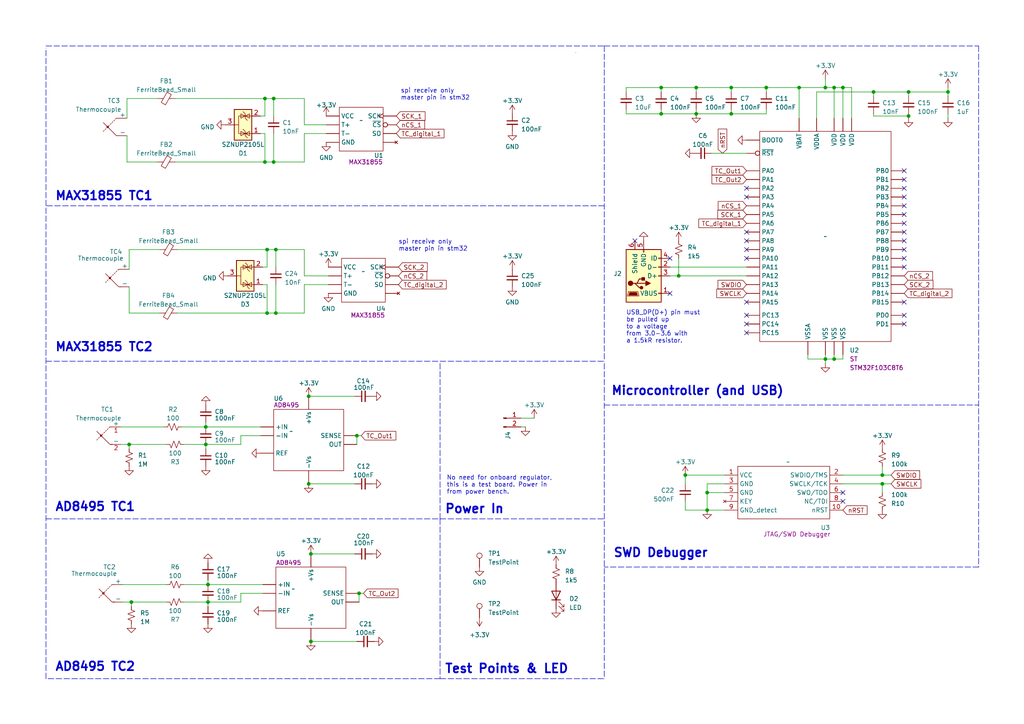
<source format=kicad_sch>
(kicad_sch (version 20230121) (generator eeschema)
  (paper "A4")
  (title_block (title "TC_reading_test") (date "2023-10-25") (rev "1") (company "UCI Liquid Rocket Project") (comment 1 "by: Alexandra Zhang Jiang and Gavin Nguyen"))
  (lib_symbols
    (symbol "Connector:Conn_01x02_Pin" (pin_names (offset 1.016) hide)
      (property "Reference" "J" (at 0 2.54 0))
      (property "Value" "Conn_01x02_Pin" (at 0 -5.08 0))
      (symbol "Conn_01x02_Pin_1_1"
        (pin passive line (at 5.08 0 180) (length 3.81) (name "Pin_1") (number "1"))
        (pin passive line (at 5.08 -2.54 180) (length 3.81) (name "Pin_2") (number "2"))
      )
    )
    (symbol "Connector:TestPoint" (pin_numbers hide) (pin_names (offset 0.762) hide)
      (property "Reference" "TP" (at 0 6.858 0))
      (property "Value" "TestPoint" (at 0 5.08 0))
      (symbol "TestPoint_1_1"
        (pin passive line (at 0 0 90) (length 2.54) (name "1") (number "1"))
      )
    )
    (symbol "Connector:USB_B_Micro" (pin_names (offset 1.016))
      (property "Reference" "J" (at -5.08 11.43 0))
      (property "Value" "USB_B_Micro" (at -5.08 8.89 0))
      (symbol "USB_B_Micro_1_1"
        (pin power_out line (at 7.62 5.08 180) (length 2.54) (name "VBUS") (number "1"))
        (pin bidirectional line (at 7.62 -2.54 180) (length 2.54) (name "D-") (number "2"))
        (pin bidirectional line (at 7.62 0 180) (length 2.54) (name "D+") (number "3"))
        (pin passive line (at 7.62 -5.08 180) (length 2.54) (name "ID") (number "4"))
        (pin power_out line (at 0 -10.16 90) (length 2.54) (name "GND") (number "5"))
        (pin passive line (at -2.54 -10.16 90) (length 2.54) (name "Shield") (number "6"))
      )
    )
    (symbol "Device:C_Small" (pin_numbers hide) (pin_names (offset 0.254) hide)
      (property "Reference" "C" (at 0.254 1.778 0))
      (property "Value" "C_Small" (at 0.254 -2.032 0))
      (symbol "C_Small_1_1"
        (pin passive line (at 0 2.54 270) (length 2.032) (name "~") (number "1"))
        (pin passive line (at 0 -2.54 90) (length 2.032) (name "~") (number "2"))
      )
    )
    (symbol "Device:FerriteBead_Small" (pin_numbers hide) (pin_names (offset 0))
      (property "Reference" "FB" (at 1.905 1.27 0))
      (property "Value" "FerriteBead_Small" (at 1.905 -1.27 0))
      (symbol "FerriteBead_Small_1_1"
        (pin passive line (at 0 2.54 270) (length 1.27) (name "~") (number "1"))
        (pin passive line (at 0 -2.54 90) (length 1.27) (name "~") (number "2"))
      )
    )
    (symbol "Device:LED" (pin_numbers hide) (pin_names (offset 1.016) hide)
      (property "Reference" "D" (at 0 2.54 0))
      (property "Value" "LED" (at 0 -2.54 0))
      (symbol "LED_1_1"
        (pin passive line (at -3.81 0 0) (length 2.54) (name "K") (number "1"))
        (pin passive line (at 3.81 0 180) (length 2.54) (name "A") (number "2"))
      )
    )
    (symbol "Device:R_Small_US" (pin_numbers hide) (pin_names (offset 0.254) hide)
      (property "Reference" "R" (at 0.762 0.508 0))
      (property "Value" "R_Small_US" (at 0.762 -1.016 0))
      (symbol "R_Small_US_1_1"
        (pin passive line (at 0 2.54 270) (length 1.016) (name "~") (number "1"))
        (pin passive line (at 0 -2.54 90) (length 1.016) (name "~") (number "2"))
      )
    )
    (symbol "Device:Thermocouple" (pin_numbers hide) (pin_names (offset 0))
      (property "Reference" "TC" (at -3.048 3.81 0))
      (property "Value" "Thermocouple" (at -5.08 -4.064 0))
      (symbol "Thermocouple_1_1"
        (pin passive line (at 2.54 2.54 180) (length 2.54) (name "+") (number "1"))
        (pin passive line (at 2.54 -2.54 180) (length 2.54) (name "-") (number "2"))
      )
    )
    (symbol "Power_Protection:SZNUP2105L" (pin_names hide)
      (property "Reference" "D" (at 5.715 2.54 0))
      (property "Value" "SZNUP2105L" (at 5.715 0.635 0))
      (symbol "SZNUP2105L_0_0"
        (pin passive line (at 0 -5.08 90) (length 2.54) (name "A") (number "3"))
      )
      (symbol "SZNUP2105L_1_1"
        (pin passive line (at -2.54 5.08 270) (length 2.54) (name "K") (number "1"))
        (pin passive line (at 2.54 5.08 270) (length 2.54) (name "K") (number "2"))
      )
    )
    (symbol "Thermocouple_1" (pin_names (offset 0))
      (property "Reference" "TC" (at -3.048 3.81 0))
      (property "Value" "Thermocouple" (at -5.08 -4.064 0))
      (symbol "Thermocouple_1_1_1"
        (pin passive line (at 2.54 2.54 180) (length 2.54) (name "+") (number "1"))
        (pin passive line (at 2.54 -2.54 180) (length 2.54) (name "-") (number "2"))
      )
    )
    (symbol "UCIRP-Symbols:AD8495" (pin_numbers hide)
      (property "Reference" "U" (at -10.16 10.16 0))
      (property "Part #" "AD8495" (at -3.81 2.54 0))
      (property "Manufacturer" "Analog Devices" (at -6.35 2.54 0))
      (symbol "AD8495_1_1"
        (pin input line (at -13.97 1.27 0) (length 3.81) (name "-IN") (number "1"))
        (pin input line (at -13.97 -3.81 0) (length 3.81) (name "REF") (number "2"))
        (pin input line (at 0 -12.7 90) (length 3.81) (name "-Vs") (number "3"))
        (pin no_connect line (at 13.97 -3.81 180) (length 3.81) hide (name "NC") (number "4"))
        (pin output line (at 13.97 1.27 180) (length 3.81) (name "SENSE") (number "5"))
        (pin output line (at 13.97 -1.27 180) (length 3.81) (name "OUT") (number "6"))
        (pin input line (at 0 12.7 270) (length 3.81) (name "+Vs") (number "7"))
        (pin input line (at -13.97 3.81 0) (length 3.81) (name "+IN") (number "8"))
      )
    )
    (symbol "UCIRP-Symbols:JTAG/SWD_Connector"
      (property "Reference" "U" (at -1.27 8.89 0))
      (property "Part #" "JTAG/SWD Debugger" (at -1.27 0 0))
      (symbol "JTAG/SWD_Connector_1_1"
        (pin power_in line (at -17.78 5.08 0) (length 3.81) (name "VCC") (number "1"))
        (pin bidirectional line (at 16.51 -5.08 180) (length 3.81) (name "nRST") (number "10"))
        (pin bidirectional line (at 16.51 5.08 180) (length 3.81) (name "SWDIO/TMS") (number "2"))
        (pin power_in line (at -17.78 2.54 0) (length 3.81) (name "GND") (number "3"))
        (pin input line (at 16.51 2.54 180) (length 3.81) (name "SWCLK/TCK") (number "4"))
        (pin power_in line (at -17.78 0 0) (length 3.81) (name "GND") (number "5"))
        (pin output line (at 16.51 0 180) (length 3.81) (name "SWO/TDO") (number "6"))
        (pin no_connect line (at -17.78 -2.54 0) (length 3.81) (name "KEY") (number "7"))
        (pin input line (at 16.51 -2.54 180) (length 3.81) (name "NC/TDI") (number "8"))
        (pin passive line (at -17.78 -5.08 0) (length 3.81) (name "GND_detect") (number "9"))
      )
    )
    (symbol "UCIRP-Symbols:MAX31855" (pin_numbers hide)
      (property "Reference" "U" (at 0 7.62 0))
      (property "Manufacturer" "Analog Devices" (at 0 0 0))
      (property "Part #" "MAX31855" (at 0 0 0))
      (symbol "MAX31855_1_1"
        (pin power_in line (at -10.16 3.81 0) (length 3.81) (name "GND") (number "1"))
        (pin input line (at -10.16 1.27 0) (length 3.81) (name "T-") (number "2"))
        (pin input line (at -10.16 -1.27 0) (length 3.81) (name "T+") (number "3"))
        (pin power_in line (at -10.16 -3.81 0) (length 3.81) (name "VCC") (number "4"))
        (pin input clock (at 10.16 -3.81 180) (length 3.81) (name "SCK") (number "5"))
        (pin input inverted (at 10.16 -1.27 180) (length 3.81) (name "~{CS}") (number "6"))
        (pin output line (at 10.16 1.27 180) (length 3.81) (name "SO") (number "7"))
        (pin no_connect line (at 10.16 3.81 180) (length 3.81) (name "") (number "8"))
      )
    )
    (symbol "UCIRP-Symbols:STM32F103C8T6" (pin_numbers hide)
      (property "Reference" "U" (at 0 0 0))
      (property "Manufacturer" "ST" (at 0 0 0))
      (property "Part #" "STM32F103C8T6" (at 0 0 0))
      (symbol "STM32F103C8T6_1_1"
        (pin power_in line (at -7.62 34.29 270) (length 3.81) (name "VBAT") (number "1"))
        (pin bidirectional line (at -22.86 19.05 0) (length 3.81) (name "PA0") (number "10"))
        (pin bidirectional line (at -22.86 16.51 0) (length 3.81) (name "PA1") (number "11"))
        (pin bidirectional line (at -22.86 13.97 0) (length 3.81) (name "PA2") (number "12"))
        (pin bidirectional line (at -22.86 11.43 0) (length 3.81) (name "PA3") (number "13"))
        (pin bidirectional line (at -22.86 8.89 0) (length 3.81) (name "PA4") (number "14"))
        (pin bidirectional line (at -22.86 6.35 0) (length 3.81) (name "PA5") (number "15"))
        (pin bidirectional line (at -22.86 3.81 0) (length 3.81) (name "PA6") (number "16"))
        (pin bidirectional line (at -22.86 1.27 0) (length 3.81) (name "PA7") (number "17"))
        (pin bidirectional line (at 22.86 19.05 180) (length 3.81) (name "PB0") (number "18"))
        (pin bidirectional line (at 22.86 16.51 180) (length 3.81) (name "PB1") (number "19"))
        (pin bidirectional line (at -22.86 -22.86 0) (length 3.81) (name "PC13") (number "2"))
        (pin bidirectional line (at 22.86 13.97 180) (length 3.81) (name "PB2") (number "20"))
        (pin bidirectional line (at 22.86 -6.35 180) (length 3.81) (name "PB10") (number "21"))
        (pin bidirectional line (at 22.86 -8.89 180) (length 3.81) (name "PB11") (number "22"))
        (pin power_in line (at 0 -34.29 90) (length 3.81) (name "VSS") (number "23"))
        (pin power_in line (at 2.54 34.29 270) (length 3.81) (name "VDD") (number "24"))
        (pin bidirectional line (at 22.86 -11.43 180) (length 3.81) (name "PB12") (number "25"))
        (pin bidirectional line (at 22.86 -13.97 180) (length 3.81) (name "PB13") (number "26"))
        (pin bidirectional line (at 22.86 -16.51 180) (length 3.81) (name "PB14") (number "27"))
        (pin bidirectional line (at 22.86 -19.05 180) (length 3.81) (name "PB15") (number "28"))
        (pin bidirectional line (at -22.86 -1.27 0) (length 3.81) (name "PA8") (number "29"))
        (pin bidirectional line (at -22.86 -25.4 0) (length 3.81) (name "PC14") (number "3"))
        (pin bidirectional line (at -22.86 -3.81 0) (length 3.81) (name "PA9") (number "30"))
        (pin bidirectional line (at -22.86 -6.35 0) (length 3.81) (name "PA10") (number "31"))
        (pin bidirectional line (at -22.86 -8.89 0) (length 3.81) (name "PA11") (number "32"))
        (pin bidirectional line (at -22.86 -11.43 0) (length 3.81) (name "PA12") (number "33"))
        (pin bidirectional line (at -22.86 -13.97 0) (length 3.81) (name "PA13") (number "34"))
        (pin power_in line (at 2.54 -34.29 90) (length 3.81) (name "VSS") (number "35"))
        (pin power_in line (at 5.08 34.29 270) (length 3.81) (name "VDD") (number "36"))
        (pin bidirectional line (at -22.86 -16.51 0) (length 3.81) (name "PA14") (number "37"))
        (pin bidirectional line (at -22.86 -19.05 0) (length 3.81) (name "PA15") (number "38"))
        (pin bidirectional line (at 22.86 11.43 180) (length 3.81) (name "PB3") (number "39"))
        (pin bidirectional line (at -22.86 -27.94 0) (length 3.81) (name "PC15") (number "4"))
        (pin bidirectional line (at 22.86 8.89 180) (length 3.81) (name "PB4") (number "40"))
        (pin bidirectional line (at 22.86 6.35 180) (length 3.81) (name "PB5") (number "41"))
        (pin bidirectional line (at 22.86 3.81 180) (length 3.81) (name "PB6") (number "42"))
        (pin bidirectional line (at 22.86 1.27 180) (length 3.81) (name "PB7") (number "43"))
        (pin input line (at -22.86 27.94 0) (length 3.81) (name "BOOT0") (number "44"))
        (pin bidirectional line (at 22.86 -1.27 180) (length 3.81) (name "PB8") (number "45"))
        (pin bidirectional line (at 22.86 -3.81 180) (length 3.81) (name "PB9") (number "46"))
        (pin power_in line (at 5.08 -34.29 90) (length 3.81) (name "VSS") (number "47"))
        (pin power_in line (at 7.62 34.29 270) (length 3.81) (name "VDD") (number "48"))
        (pin bidirectional line (at 22.86 -22.86 180) (length 3.81) (name "PD0") (number "5"))
        (pin bidirectional line (at 22.86 -25.4 180) (length 3.81) (name "PD1") (number "6"))
        (pin input inverted (at -22.86 24.13 0) (length 3.81) (name "~{RST}") (number "7"))
        (pin power_in line (at -5.08 -34.29 90) (length 3.81) (name "VSSA") (number "8"))
        (pin power_in line (at -2.54 34.29 270) (length 3.81) (name "VDDA") (number "9"))
      )
    )
    (symbol "power:+3.3V" (power) (pin_names (offset 0))
      (property "Value" "+3.3V" (at 0 3.556 0))
      (symbol "+3.3V_1_1"
        (pin power_in line (at 0 0 90) (length 0) hide (name "+3.3V") (number "1"))
      )
    )
    (symbol "power:GND" (power) (pin_names (offset 0))
      (property "Value" "GND" (at 0 -3.81 0))
      (symbol "GND_1_1"
        (pin power_in line (at 0 0 270) (length 0) hide (name "GND") (number "1"))
      )
    )
  )
  (junction (at 274.955 26.67))
  (junction (at 59.69 123.825))
  (junction (at 80.01 72.39))
  (junction (at 244.475 25.4))
  (junction (at 103.505 126.365))
  (junction (at 231.775 25.4))
  (junction (at 90.17 186.055))
  (junction (at 222.25 25.4))
  (junction (at 80.01 90.805))
  (junction (at 198.755 137.795))
  (junction (at 239.395 25.4))
  (junction (at 76.835 46.99))
  (junction (at 38.1 174.625))
  (junction (at 255.905 140.335))
  (junction (at 263.525 33.655))
  (junction (at 253.365 26.67))
  (junction (at 212.09 33.02))
  (junction (at 60.325 174.625))
  (junction (at 239.395 104.14))
  (junction (at 241.935 104.14))
  (junction (at 241.935 25.4))
  (junction (at 191.77 25.4))
  (junction (at 263.525 26.67))
  (junction (at 201.93 33.02))
  (junction (at 76.835 28.575))
  (junction (at 104.14 172.085))
  (junction (at 77.47 90.805))
  (junction (at 79.375 28.575))
  (junction (at 37.465 128.905))
  (junction (at 79.375 46.99))
  (junction (at 60.325 169.545))
  (junction (at 77.47 72.39))
  (junction (at 205.105 147.955))
  (junction (at 89.535 140.335))
  (junction (at 205.105 142.875))
  (junction (at 90.17 160.655))
  (junction (at 201.93 25.4))
  (junction (at 196.85 80.01))
  (junction (at 255.905 137.795))
  (junction (at 89.535 114.935))
  (junction (at 191.77 33.02))
  (junction (at 59.69 128.905))
  (junction (at 212.09 25.4))
  (no_connect (at 262.255 52.07))
  (no_connect (at 262.255 57.15))
  (no_connect (at 216.535 87.63))
  (no_connect (at 216.535 93.98))
  (no_connect (at 262.255 59.69))
  (no_connect (at 262.255 91.44))
  (no_connect (at 262.255 67.31))
  (no_connect (at 216.535 54.61))
  (no_connect (at 262.255 64.77))
  (no_connect (at 216.535 67.31))
  (no_connect (at 262.255 49.53))
  (no_connect (at 194.31 85.09))
  (no_connect (at 184.15 69.85))
  (no_connect (at 216.535 96.52))
  (no_connect (at 244.475 142.875))
  (no_connect (at 216.535 72.39))
  (no_connect (at 262.255 93.98))
  (no_connect (at 262.255 74.93))
  (no_connect (at 262.255 54.61))
  (no_connect (at 262.255 62.23))
  (no_connect (at 216.535 91.44))
  (no_connect (at 194.31 74.93))
  (no_connect (at 262.255 77.47))
  (no_connect (at 262.255 69.85))
  (no_connect (at 216.535 57.15))
  (no_connect (at 216.535 69.85))
  (no_connect (at 262.255 87.63))
  (no_connect (at 244.475 145.415))
  (no_connect (at 262.255 72.39))
  (no_connect (at 216.535 74.93))
  (wire (pts (xy 274.955 34.29) (xy 274.955 33.02)))
  (wire (pts (xy 69.85 126.365) (xy 69.85 128.905)))
  (wire (pts (xy 90.17 186.055) (xy 103.505 186.055)))
  (wire (pts (xy 76.2 82.55) (xy 77.47 82.55)))
  (wire (pts (xy 222.25 33.02) (xy 222.25 31.75)))
  (wire (pts (xy 37.465 128.905) (xy 48.26 128.905)))
  (wire (pts (xy 38.1 175.895) (xy 38.1 174.625)))
  (wire (pts (xy 80.01 90.805) (xy 88.265 90.805)))
  (wire (pts (xy 80.01 72.39) (xy 80.01 77.47)))
  (wire (pts (xy 69.85 172.085) (xy 69.85 174.625)))
  (wire (pts (xy 255.905 140.335) (xy 244.475 140.335)))
  (wire (pts (xy 198.755 145.415) (xy 198.755 147.955)))
  (wire (pts (xy 53.34 174.625) (xy 60.325 174.625)))
  (polyline (pts (xy 13.335 105.41) (xy 13.335 13.97)) (stroke (width 0) (type dash)))
  (wire (pts (xy 253.365 26.67) (xy 263.525 26.67)))
  (wire (pts (xy 34.925 123.825) (xy 47.625 123.825)))
  (wire (pts (xy 79.375 46.99) (xy 88.265 46.99)))
  (wire (pts (xy 212.09 33.02) (xy 222.25 33.02)))
  (wire (pts (xy 59.69 122.555) (xy 59.69 123.825)))
  (wire (pts (xy 36.83 39.37) (xy 36.83 46.99)))
  (wire (pts (xy 35.56 169.545) (xy 48.26 169.545)))
  (wire (pts (xy 37.465 78.105) (xy 37.465 72.39)))
  (wire (pts (xy 77.47 77.47) (xy 76.2 77.47)))
  (wire (pts (xy 201.93 33.02) (xy 212.09 33.02)))
  (polyline (pts (xy 127.635 196.85) (xy 13.335 196.85)) (stroke (width 0) (type dash)))
  (wire (pts (xy 255.905 135.255) (xy 255.905 137.795)))
  (wire (pts (xy 79.375 28.575) (xy 79.375 33.655)))
  (wire (pts (xy 201.93 25.4) (xy 212.09 25.4)))
  (wire (pts (xy 88.265 80.01) (xy 95.25 80.01)))
  (wire (pts (xy 88.265 36.195) (xy 94.615 36.195)))
  (wire (pts (xy 239.395 102.87) (xy 239.395 104.14)))
  (wire (pts (xy 191.77 25.4) (xy 201.93 25.4)))
  (wire (pts (xy 196.85 74.93) (xy 196.85 80.01)))
  (wire (pts (xy 76.835 46.99) (xy 79.375 46.99)))
  (wire (pts (xy 88.265 80.01) (xy 88.265 72.39)))
  (wire (pts (xy 37.465 83.185) (xy 37.465 90.805)))
  (wire (pts (xy 263.525 33.655) (xy 263.525 33.02)))
  (wire (pts (xy 79.375 28.575) (xy 88.265 28.575)))
  (wire (pts (xy 274.955 25.4) (xy 274.955 26.67)))
  (wire (pts (xy 198.755 147.955) (xy 205.105 147.955)))
  (wire (pts (xy 51.435 90.805) (xy 77.47 90.805)))
  (wire (pts (xy 241.935 104.14) (xy 244.475 104.14)))
  (polyline (pts (xy 283.845 164.465) (xy 175.26 164.465)) (stroke (width 0) (type dash)))
  (wire (pts (xy 253.365 33.655) (xy 253.365 33.02)))
  (wire (pts (xy 88.265 90.805) (xy 88.265 82.55)))
  (wire (pts (xy 80.01 72.39) (xy 88.265 72.39)))
  (wire (pts (xy 244.475 25.4) (xy 244.475 34.29)))
  (wire (pts (xy 198.755 140.335) (xy 198.755 137.795)))
  (polyline (pts (xy 13.335 104.775) (xy 175.26 104.775)) (stroke (width 0) (type dash)))
  (wire (pts (xy 76.835 33.655) (xy 75.565 33.655)))
  (wire (pts (xy 59.69 128.905) (xy 59.69 130.175)))
  (wire (pts (xy 88.265 38.735) (xy 94.615 38.735)))
  (wire (pts (xy 69.85 174.625) (xy 60.325 174.625)))
  (wire (pts (xy 231.775 25.4) (xy 239.395 25.4)))
  (wire (pts (xy 37.465 130.175) (xy 37.465 128.905)))
  (wire (pts (xy 76.835 28.575) (xy 76.835 33.655)))
  (wire (pts (xy 181.61 33.02) (xy 191.77 33.02)))
  (wire (pts (xy 191.77 31.75) (xy 191.77 33.02)))
  (wire (pts (xy 88.265 36.195) (xy 88.265 28.575)))
  (wire (pts (xy 53.34 169.545) (xy 60.325 169.545)))
  (polyline (pts (xy 127.635 150.495) (xy 175.26 150.495)) (stroke (width 0) (type dash)))
  (wire (pts (xy 77.47 82.55) (xy 77.47 90.805)))
  (wire (pts (xy 80.01 82.55) (xy 80.01 90.805)))
  (wire (pts (xy 239.395 104.14) (xy 241.935 104.14)))
  (wire (pts (xy 244.475 25.4) (xy 247.015 25.4)))
  (polyline (pts (xy 175.26 13.335) (xy 283.845 13.335)) (stroke (width 0) (type dash)))
  (wire (pts (xy 76.835 28.575) (xy 79.375 28.575)))
  (wire (pts (xy 103.505 126.365) (xy 103.505 128.905)))
  (wire (pts (xy 205.105 140.335) (xy 205.105 142.875)))
  (wire (pts (xy 37.465 72.39) (xy 46.355 72.39)))
  (wire (pts (xy 89.535 140.335) (xy 102.87 140.335)))
  (wire (pts (xy 234.315 104.14) (xy 239.395 104.14)))
  (wire (pts (xy 191.77 25.4) (xy 191.77 26.67)))
  (wire (pts (xy 274.955 26.67) (xy 274.955 27.94)))
  (polyline (pts (xy 13.335 150.495) (xy 127.635 150.495)) (stroke (width 0) (type dash)))
  (wire (pts (xy 247.015 25.4) (xy 247.015 34.29)))
  (wire (pts (xy 50.8 46.99) (xy 76.835 46.99)))
  (polyline (pts (xy 167.005 15.24) (xy 167.005 15.24)))
  (wire (pts (xy 244.475 102.87) (xy 244.475 104.14)))
  (wire (pts (xy 69.85 172.085) (xy 76.2 172.085)))
  (wire (pts (xy 196.85 80.01) (xy 216.535 80.01)))
  (polyline (pts (xy 283.845 13.335) (xy 283.845 164.465)) (stroke (width 0) (type dash)))
  (wire (pts (xy 255.905 140.335) (xy 258.445 140.335)))
  (wire (pts (xy 241.935 102.87) (xy 241.935 104.14)))
  (wire (pts (xy 239.395 25.4) (xy 241.935 25.4)))
  (wire (pts (xy 59.69 123.825) (xy 75.565 123.825)))
  (wire (pts (xy 205.105 147.955) (xy 210.185 147.955)))
  (wire (pts (xy 201.93 25.4) (xy 201.93 26.67)))
  (wire (pts (xy 181.61 31.75) (xy 181.61 33.02)))
  (wire (pts (xy 38.1 174.625) (xy 48.26 174.625)))
  (wire (pts (xy 212.09 25.4) (xy 222.25 25.4)))
  (polyline (pts (xy 175.26 59.69) (xy 13.335 59.69)) (stroke (width 0) (type dash)))
  (wire (pts (xy 36.83 34.29) (xy 36.83 28.575)))
  (wire (pts (xy 263.525 26.67) (xy 274.955 26.67)))
  (wire (pts (xy 52.705 123.825) (xy 59.69 123.825)))
  (polyline (pts (xy 175.26 117.475) (xy 283.845 117.475)) (stroke (width 0) (type dash)))
  (wire (pts (xy 88.265 46.99) (xy 88.265 38.735)))
  (wire (pts (xy 231.775 25.4) (xy 231.775 34.29)))
  (wire (pts (xy 77.47 72.39) (xy 80.01 72.39)))
  (polyline (pts (xy 175.26 13.335) (xy 175.26 104.775)) (stroke (width 0) (type dash)))
  (polyline (pts (xy 127.635 105.41) (xy 127.635 150.495)) (stroke (width 0) (type dash)))
  (wire (pts (xy 194.31 77.47) (xy 216.535 77.47)))
  (wire (pts (xy 77.47 72.39) (xy 77.47 77.47)))
  (wire (pts (xy 60.325 168.275) (xy 60.325 169.545)))
  (polyline (pts (xy 175.26 105.41) (xy 175.26 196.85)) (stroke (width 0) (type dash)))
  (wire (pts (xy 239.395 22.86) (xy 239.395 25.4)))
  (wire (pts (xy 77.47 90.805) (xy 80.01 90.805)))
  (wire (pts (xy 263.525 27.94) (xy 263.525 26.67)))
  (wire (pts (xy 181.61 26.67) (xy 181.61 25.4)))
  (wire (pts (xy 50.8 28.575) (xy 76.835 28.575)))
  (wire (pts (xy 35.56 174.625) (xy 38.1 174.625)))
  (wire (pts (xy 205.105 142.875) (xy 210.185 142.875)))
  (wire (pts (xy 234.315 102.87) (xy 234.315 104.14)))
  (wire (pts (xy 210.185 140.335) (xy 205.105 140.335)))
  (wire (pts (xy 36.83 46.99) (xy 45.72 46.99)))
  (polyline (pts (xy 127.635 150.495) (xy 127.635 196.85)) (stroke (width 0) (type dash)))
  (wire (pts (xy 258.445 137.795) (xy 255.905 137.795)))
  (polyline (pts (xy 13.335 196.85) (xy 13.335 105.41)) (stroke (width 0) (type dash)))
  (polyline (pts (xy 127.635 196.85) (xy 175.26 196.85)) (stroke (width 0) (type dash)))
  (wire (pts (xy 152.4 123.825) (xy 151.13 123.825)))
  (wire (pts (xy 75.565 38.735) (xy 76.835 38.735)))
  (wire (pts (xy 253.365 27.94) (xy 253.365 26.67)))
  (wire (pts (xy 53.34 128.905) (xy 59.69 128.905)))
  (wire (pts (xy 236.855 26.67) (xy 253.365 26.67)))
  (wire (pts (xy 212.09 25.4) (xy 212.09 26.67)))
  (wire (pts (xy 191.77 33.02) (xy 201.93 33.02)))
  (wire (pts (xy 104.14 172.085) (xy 105.41 172.085)))
  (wire (pts (xy 76.835 38.735) (xy 76.835 46.99)))
  (wire (pts (xy 69.85 128.905) (xy 59.69 128.905)))
  (wire (pts (xy 60.325 174.625) (xy 60.325 175.895)))
  (wire (pts (xy 90.17 160.655) (xy 102.87 160.655)))
  (wire (pts (xy 255.905 142.875) (xy 255.905 140.335)))
  (wire (pts (xy 222.25 25.4) (xy 222.25 26.67)))
  (wire (pts (xy 79.375 38.735) (xy 79.375 46.99)))
  (polyline (pts (xy 13.335 13.335) (xy 175.26 13.335)) (stroke (width 0) (type dash)))
  (wire (pts (xy 244.475 137.795) (xy 255.905 137.795)))
  (wire (pts (xy 239.395 105.41) (xy 239.395 104.14)))
  (wire (pts (xy 241.935 25.4) (xy 241.935 34.29)))
  (wire (pts (xy 69.85 126.365) (xy 75.565 126.365)))
  (wire (pts (xy 154.94 121.285) (xy 151.13 121.285)))
  (wire (pts (xy 212.09 31.75) (xy 212.09 33.02)))
  (wire (pts (xy 103.505 126.365) (xy 104.775 126.365)))
  (wire (pts (xy 51.435 72.39) (xy 77.47 72.39)))
  (wire (pts (xy 34.925 128.905) (xy 37.465 128.905)))
  (wire (pts (xy 88.265 82.55) (xy 95.25 82.55)))
  (wire (pts (xy 205.105 142.875) (xy 205.105 147.955)))
  (wire (pts (xy 37.465 90.805) (xy 46.355 90.805)))
  (wire (pts (xy 198.755 137.795) (xy 210.185 137.795)))
  (wire (pts (xy 194.31 80.01) (xy 196.85 80.01)))
  (wire (pts (xy 263.525 33.655) (xy 263.525 34.29)))
  (wire (pts (xy 206.375 44.45) (xy 216.535 44.45)))
  (wire (pts (xy 201.93 33.02) (xy 201.93 31.75)))
  (wire (pts (xy 222.25 25.4) (xy 231.775 25.4)))
  (wire (pts (xy 89.535 114.935) (xy 102.87 114.935)))
  (wire (pts (xy 253.365 33.655) (xy 263.525 33.655)))
  (wire (pts (xy 241.935 25.4) (xy 244.475 25.4)))
  (wire (pts (xy 36.83 28.575) (xy 45.72 28.575)))
  (wire (pts (xy 181.61 25.4) (xy 191.77 25.4)))
  (wire (pts (xy 104.14 172.085) (xy 104.14 174.625)))
  (wire (pts (xy 60.325 169.545) (xy 76.2 169.545)))
  (wire (pts (xy 236.855 26.67) (xy 236.855 34.29)))
  (text "AD8495 TC1\n" (at 15.875 148.59 0) (effects (font (size 2.5 2.5) (thickness 0.5) bold) (justify left bottom)))
  (text "Microcontroller (and USB)" (at 177.165 114.935 0) (effects (font (size 2.5 2.5) (thickness 0.5) bold) (justify left bottom)))
  (text "MAX31855 TC2" (at 15.875 102.235 0) (effects (font (size 2.5 2.5) (thickness 0.5) bold) (justify left bottom)))
  (text "Test Points & LED" (at 128.905 195.58 0) (effects (font (size 2.55 2.55) (thickness 0.51) bold) (justify left bottom)))
  (text "spi receive only\nmaster pin in stm32\n" (at 115.57 73.025 0) (effects (font (size 1.27 1.27)) (justify left bottom)))
  (text "USB_DP(D+) pin must\nbe pulled up\nto a voltage\nfrom 3.0-3.6 with\na 1.5kR resistor." (at 181.61 99.695 0) (effects (font (size 1.27 1.27)) (justify left bottom)))
  (text "No need for onboard regulator,\nthis is a test board. Power in\nfrom power bench." (at 129.54 143.51 0) (effects (font (size 1.27 1.27)) (justify left bottom)))
  (text "SWD Debugger" (at 177.8 161.925 0) (effects (font (size 2.5 2.5) (thickness 0.5) bold) (justify left bottom)))
  (text "Power In" (at 128.905 149.225 0) (effects (font (size 2.55 2.55) (thickness 0.51) bold) (justify left bottom)))
  (text "AD8495 TC2" (at 15.875 194.945 0) (effects (font (size 2.5 2.5) (thickness 0.5) bold) (justify left bottom)))
  (text "MAX31855 TC1" (at 15.875 58.42 0) (effects (font (size 2.5 2.5) (thickness 0.5) bold) (justify left bottom)))
  (text "spi receive only\nmaster pin in stm32\n" (at 116.205 29.21 0) (effects (font (size 1.27 1.27)) (justify left bottom)))
  (global_label "SCK_1" (shape input) (at 114.935 33.655 0) (property "Intersheetrefs" "${INTERSHEET_REFS}" (effects hide)))
  (global_label "nCS_1" (shape input) (at 216.535 59.69 180) (property "Intersheetrefs" "${INTERSHEET_REFS}" (effects hide)))
  (global_label "TC_Out1" (shape input) (at 104.775 126.365 0) (property "Intersheetrefs" "${INTERSHEET_REFS}" (effects hide)))
  (global_label "SCK_1" (shape input) (at 216.535 62.23 180) (property "Intersheetrefs" "${INTERSHEET_REFS}" (effects hide)))
  (global_label "SWCLK" (shape input) (at 258.445 140.335 0) (property "Intersheetrefs" "${INTERSHEET_REFS}" (effects hide)))
  (global_label "nCS_2" (shape input) (at 115.57 80.01 0) (property "Intersheetrefs" "${INTERSHEET_REFS}" (effects hide)))
  (global_label "SCK_2" (shape input) (at 115.57 77.47 0) (property "Intersheetrefs" "${INTERSHEET_REFS}" (effects hide)))
  (global_label "TC_digital_2" (shape input) (at 115.57 82.55 0) (property "Intersheetrefs" "${INTERSHEET_REFS}" (effects hide)))
  (global_label "nRST" (shape input) (at 244.475 147.955 0) (property "Intersheetrefs" "${INTERSHEET_REFS}" (effects hide)))
  (global_label "SWCLK" (shape input) (at 216.535 85.09 180) (property "Intersheetrefs" "${INTERSHEET_REFS}" (effects hide)))
  (global_label "TC_Out2" (shape input) (at 216.535 52.07 180) (property "Intersheetrefs" "${INTERSHEET_REFS}" (effects hide)))
  (global_label "SCK_2" (shape input) (at 262.255 82.55 0) (property "Intersheetrefs" "${INTERSHEET_REFS}" (effects hide)))
  (global_label "nCS_1" (shape input) (at 114.935 36.195 0) (property "Intersheetrefs" "${INTERSHEET_REFS}" (effects hide)))
  (global_label "nRST" (shape input) (at 209.55 44.45 90) (property "Intersheetrefs" "${INTERSHEET_REFS}" (effects hide)))
  (global_label "SWDIO" (shape input) (at 216.535 82.55 180) (property "Intersheetrefs" "${INTERSHEET_REFS}" (effects hide)))
  (global_label "TC_digital_2" (shape input) (at 262.255 85.09 0) (property "Intersheetrefs" "${INTERSHEET_REFS}" (effects hide)))
  (global_label "SWDIO" (shape input) (at 258.445 137.795 0) (property "Intersheetrefs" "${INTERSHEET_REFS}" (effects hide)))
  (global_label "nCS_2" (shape input) (at 262.255 80.01 0) (property "Intersheetrefs" "${INTERSHEET_REFS}" (effects hide)))
  (global_label "TC_Out1" (shape input) (at 216.535 49.53 180) (property "Intersheetrefs" "${INTERSHEET_REFS}" (effects hide)))
  (global_label "TC_digital_1" (shape input) (at 216.535 64.77 180) (property "Intersheetrefs" "${INTERSHEET_REFS}" (effects hide)))
  (global_label "TC_digital_1" (shape input) (at 114.935 38.735 0) (property "Intersheetrefs" "${INTERSHEET_REFS}" (effects hide)))
  (global_label "TC_Out2" (shape input) (at 105.41 172.085 0) (property "Intersheetrefs" "${INTERSHEET_REFS}" (effects hide)))
  (symbol (lib_id "Device:C_Small") (at 274.955 30.48 0) (unit 1)
    (property "Reference" "C16" (at 277.495 29.8513 0) (effects (justify left)))
    (property "Value" "1uF" (at 277.495 32.3913 0) (effects (justify left)))
    (property "Footprint" "Capacitor_SMD:C_0603_1608Metric" (effects hide))
  )
  (symbol (lib_id "power:GND") (at 59.69 117.475 180) (unit 1)
    (property "Reference" "#PWR011" (effects hide))
    (property "Value" "GND" (effects hide))
  )
  (symbol (lib_id "Device:C_Small") (at 181.61 29.21 0) (unit 1)
    (property "Reference" "C3" (at 184.15 28.5813 0) (effects (justify left)))
    (property "Value" "10uF" (at 184.15 31.1213 0) (effects (justify left)))
    (property "Footprint" "Capacitor_SMD:C_0402_1005Metric" (effects hide))
  )
  (symbol (lib_id "power:GND") (at 108.585 186.055 90) (unit 1)
    (property "Reference" "#PWR036" (effects hide))
    (property "Value" "GND" (effects hide))
  )
  (symbol (lib_id "power:+3.3V") (at 255.905 130.175 0) (unit 1)
    (property "Reference" "#PWR045" (effects hide))
    (property "Value" "+3.3V" (at 255.905 126.365 0))
  )
  (symbol (lib_id "Device:C_Small") (at 60.325 165.735 0) (unit 1)
    (property "Reference" "C17" (at 62.865 165.1063 0) (effects (justify left)))
    (property "Value" "100nF" (at 62.865 167.005 0) (effects (justify left)))
    (property "Footprint" "Capacitor_SMD:C_0402_1005Metric" (effects hide))
  )
  (symbol (lib_id "Device:C_Small") (at 253.365 30.48 0) (unit 1)
    (property "Reference" "C13" (at 255.905 29.8513 0) (effects (justify left)))
    (property "Value" "10nF" (at 255.905 32.3913 0) (effects (justify left)))
    (property "Footprint" "Capacitor_SMD:C_0402_1005Metric" (effects hide))
  )
  (symbol (lib_id "Device:C_Small") (at 80.01 80.01 0) (unit 1)
    (property "Reference" "C24" (at 82.55 79.3813 0) (effects (justify left)))
    (property "Value" "10nF" (at 82.55 81.9213 0) (effects (justify left)))
    (property "Footprint" "Capacitor_SMD:C_0402_1005Metric" (effects hide))
  )
  (symbol (lib_id "Connector:TestPoint") (at 139.065 164.465 0) (unit 1)
    (property "Reference" "TP1" (at 141.605 160.528 0) (effects (justify left)))
    (property "Value" "TestPoint" (at 141.605 163.068 0) (effects (justify left)))
    (property "Footprint" "TestPoint:TestPoint_Pad_D2.0mm" (effects hide))
  )
  (symbol (lib_id "Device:C_Small") (at 148.59 35.56 0) (unit 1)
    (property "Reference" "C2" (at 151.13 34.9313 0) (effects (justify left)))
    (property "Value" "100nF" (at 151.13 37.4713 0) (effects (justify left)))
    (property "Footprint" "Capacitor_SMD:C_0402_1005Metric" (effects hide))
  )
  (symbol (lib_id "Device:FerriteBead_Small") (at 48.895 72.39 90) (unit 1)
    (property "Reference" "FB3" (at 48.8569 67.31 90))
    (property "Value" "FerriteBead_Small" (at 48.8569 69.85 90))
    (property "Footprint" "Inductor_SMD:L_0603_1608Metric" (effects hide))
  )
  (symbol (lib_id "Device:C_Small") (at 198.755 142.875 0) (mirror x) (unit 1)
    (property "Reference" "C22" (at 195.58 142.2336 0) (effects (justify right)))
    (property "Value" "500nF" (at 195.58 144.7736 0) (effects (justify right)))
    (property "Footprint" "Capacitor_SMD:C_0402_1005Metric" (effects hide))
  )
  (symbol (lib_id "power:GND") (at 201.295 44.45 270) (unit 1)
    (property "Reference" "#PWR07" (effects hide))
    (property "Value" "GND" (effects hide))
  )
  (symbol (lib_id "power:GND") (at 94.615 41.275 0) (unit 1)
    (property "Reference" "#PWR03" (effects hide))
    (property "Value" "GND" (at 94.615 45.72 0))
  )
  (symbol (lib_id "Device:R_Small_US") (at 50.8 174.625 90) (mirror x) (unit 1)
    (property "Reference" "R7" (at 50.8 179.705 90))
    (property "Value" "100" (at 50.8 177.165 90))
    (property "Footprint" "Resistor_SMD:R_0402_1005Metric" (effects hide))
  )
  (symbol (lib_id "Device:R_Small_US") (at 37.465 132.715 180) (unit 1)
    (property "Reference" "R1" (at 40.005 132.08 0) (effects (justify right)))
    (property "Value" "1M" (at 40.005 134.62 0) (effects (justify right)))
    (property "Footprint" "Resistor_SMD:R_0805_2012Metric" (effects hide))
  )
  (symbol (lib_id "Device:C_Small") (at 106.045 186.055 90) (unit 1)
    (property "Reference" "C21" (at 106.0513 180.975 90))
    (property "Value" "100nF" (at 106.0513 183.515 90))
    (property "Footprint" "Capacitor_SMD:C_0402_1005Metric" (effects hide))
  )
  (symbol (lib_id "Device:C_Small") (at 263.525 30.48 0) (unit 1)
    (property "Reference" "C15" (at 266.065 29.8513 0) (effects (justify left)))
    (property "Value" "100nF" (at 266.065 32.3913 0) (effects (justify left)))
    (property "Footprint" "Capacitor_SMD:C_0402_1005Metric" (effects hide))
  )
  (symbol (lib_id "Device:C_Small") (at 105.41 140.335 90) (unit 1)
    (property "Reference" "C12" (at 105.4163 135.255 90))
    (property "Value" "100nF" (at 105.4163 137.795 90))
    (property "Footprint" "Capacitor_SMD:C_0402_1005Metric" (effects hide))
  )
  (symbol (lib_id "Connector:TestPoint") (at 139.065 179.07 0) (unit 1)
    (property "Reference" "TP2" (at 141.605 175.133 0) (effects (justify left)))
    (property "Value" "TestPoint" (at 141.605 177.673 0) (effects (justify left)))
    (property "Footprint" "TestPoint:TestPoint_Pad_D2.0mm" (effects hide))
  )
  (symbol (lib_id "power:GND") (at 89.535 140.335 0) (unit 1)
    (property "Reference" "#PWR017" (effects hide))
    (property "Value" "GND" (effects hide))
  )
  (symbol (lib_id "power:+3.3V") (at 198.755 137.795 0) (unit 1)
    (property "Reference" "#PWR026" (effects hide))
    (property "Value" "+3.3V" (at 198.755 133.985 0))
  )
  (symbol (lib_id "power:+3.3V") (at 90.17 160.655 0) (unit 1)
    (property "Reference" "#PWR029" (effects hide))
    (property "Value" "+3.3V" (at 90.17 156.845 0))
  )
  (symbol (lib_id "Device:C_Small") (at 191.77 29.21 0) (unit 1)
    (property "Reference" "C4" (at 194.31 28.5813 0) (effects (justify left)))
    (property "Value" "100nF" (at 194.31 31.1213 0) (effects (justify left)))
    (property "Footprint" "Capacitor_SMD:C_0402_1005Metric" (effects hide))
  )
  (symbol (lib_id "UCIRP-Symbols:AD8495") (at 89.535 127.635 0) (unit 1)
    (property "Reference" "U6" (at 79.375 115.57 0) (effects (justify left)))
    (property "Value" "~" (at 84.455 125.095 0))
    (property "Footprint" "Package_SO:MSOP-8_3x3mm_P0.65mm" (effects hide))
    (property "Datasheet" "https://www.analog.com/media/en/technical-documentation/data-sheets/ad8494_8495_8496_8497.pdf" (effects hide))
    (property "Part #" "AD8495" (at 79.375 117.475 0) (effects (justify left)))
    (property "Manufacturer" "Analog Devices" (effects hide))
  )
  (symbol (lib_id "power:GND") (at 216.535 40.64 270) (unit 1)
    (property "Reference" "#PWR010" (effects hide))
    (property "Value" "GND" (effects hide))
  )
  (symbol (lib_id "Device:R_Small_US") (at 161.29 166.37 180) (unit 1)
    (property "Reference" "R8" (at 163.83 165.735 0) (effects (justify right)))
    (property "Value" "1k5" (at 163.83 168.275 0) (effects (justify right)))
    (property "Footprint" "Resistor_SMD:R_0603_1608Metric" (effects hide))
  )
  (symbol (lib_id "power:+3.3V") (at 161.29 163.83 0) (unit 1)
    (property "Reference" "#PWR030" (effects hide))
    (property "Value" "+3.3V" (at 161.29 160.02 0))
  )
  (symbol (lib_id "Device:Thermocouple") (at 34.29 36.83 0) (unit 1)
    (property "Reference" "TC3" (at 33.02 29.21 0))
    (property "Value" "Thermocouple" (at 28.575 31.75 0))
    (property "Footprint" "TerminalBlock:TerminalBlock_bornier-2_P5.08mm" (effects hide))
  )
  (symbol (lib_id "UCIRP-Symbols:MAX31855") (at 104.775 37.465 0) (mirror x) (unit 1)
    (property "Reference" "U1" (at 109.855 45.085 0))
    (property "Value" "~" (at 104.775 34.925 0))
    (property "Footprint" "Package_SO:SOIC-8_3.9x4.9mm_P1.27mm" (effects hide))
    (property "Datasheet" "https://www.analog.com/media/en/technical-documentation/data-sheets/MAX31855.pdf" (effects hide))
    (property "Manufacturer" "Analog Devices" (effects hide))
    (property "Part #" "MAX31855" (at 106.045 46.99 0))
  )
  (symbol (lib_id "power:GND") (at 90.17 186.055 0) (unit 1)
    (property "Reference" "#PWR032" (effects hide))
    (property "Value" "GND" (effects hide))
  )
  (symbol (lib_id "Device:R_Small_US") (at 255.905 132.715 0) (unit 1)
    (property "Reference" "R9" (at 258.445 132.08 0) (effects (justify left)))
    (property "Value" "100k" (at 258.445 134.62 0) (effects (justify left)))
    (property "Footprint" "Resistor_SMD:R_0603_1608Metric" (effects hide))
  )
  (symbol (lib_id "Device:R_Small_US") (at 50.8 169.545 90) (unit 1)
    (property "Reference" "R6" (at 50.8 164.465 90))
    (property "Value" "100" (at 50.8 167.005 90))
    (property "Footprint" "Resistor_SMD:R_0402_1005Metric" (effects hide))
  )
  (symbol (lib_id "power:+3.3V") (at 196.85 69.85 0) (unit 1)
    (property "Reference" "#PWR042" (effects hide))
    (property "Value" "+3.3V" (at 196.85 66.04 0))
  )
  (symbol (lib_id "power:GND") (at 76.2 177.165 270) (unit 1)
    (property "Reference" "#PWR028" (effects hide))
    (property "Value" "GND" (effects hide))
  )
  (symbol (lib_id "UCIRP-Symbols:STM32F103C8T6") (at 239.395 68.58 0) (unit 1)
    (property "Reference" "U2" (at 246.4309 101.6 0) (effects (justify left)))
    (property "Value" "~" (at 239.395 68.58 0))
    (property "Footprint" "Package_QFP:LQFP-48_7x7mm_P0.5mm" (effects hide))
    (property "Datasheet" "https://www.st.com/resource/en/datasheet/stm32f103cb.pdf" (effects hide))
    (property "Manufacturer" "ST" (at 246.4309 104.14 0) (effects (justify left)))
    (property "Part #" "STM32F103C8T6" (at 246.4309 106.68 0) (effects (justify left)))
  )
  (symbol (lib_id "power:+3.3V") (at 148.59 33.02 0) (unit 1)
    (property "Reference" "#PWR04" (effects hide))
    (property "Value" "+3.3V" (at 148.59 29.21 0))
  )
  (symbol (lib_name "Thermocouple_1") (lib_id "Device:Thermocouple") (at 32.385 126.365 0) (unit 1)
    (property "Reference" "TC1" (at 31.115 118.745 0))
    (property "Value" "Thermocouple" (at 28.575 121.285 0))
    (property "Footprint" "TerminalBlock:TerminalBlock_bornier-2_P5.08mm" (effects hide))
  )
  (symbol (lib_id "Device:R_Small_US") (at 50.165 123.825 90) (unit 1)
    (property "Reference" "R2" (at 50.165 118.745 90))
    (property "Value" "100" (at 50.165 121.285 90))
    (property "Footprint" "Resistor_SMD:R_0402_1005Metric" (effects hide))
  )
  (symbol (lib_id "power:GND") (at 148.59 83.185 0) (unit 1)
    (property "Reference" "#PWR041" (effects hide))
    (property "Value" "GND" (at 148.59 87.63 0))
  )
  (symbol (lib_id "power:+3.3V") (at 148.59 78.105 0) (unit 1)
    (property "Reference" "#PWR040" (effects hide))
    (property "Value" "+3.3V" (at 148.59 74.295 0))
  )
  (symbol (lib_id "UCIRP-Symbols:AD8495") (at 90.17 173.355 0) (unit 1)
    (property "Reference" "U5" (at 80.01 160.655 0) (effects (justify left)))
    (property "Value" "~" (at 85.09 170.815 0))
    (property "Footprint" "Package_SO:MSOP-8_3x3mm_P0.65mm" (effects hide))
    (property "Datasheet" "https://www.analog.com/media/en/technical-documentation/data-sheets/ad8494_8495_8496_8497.pdf" (effects hide))
    (property "Part #" "AD8495" (at 80.01 163.195 0) (effects (justify left)))
    (property "Manufacturer" "Analog Devices" (effects hide))
  )
  (symbol (lib_id "UCIRP-Symbols:JTAG/SWD_Connector") (at 227.965 142.875 0) (unit 1)
    (property "Reference" "U3" (at 239.395 153.035 0))
    (property "Value" "~" (at 228.6 133.985 0))
    (property "Footprint" "Connector_PinHeader_2.54mm:PinHeader_2x05_P2.54mm_Vertical" (effects hide))
    (property "Datasheet" "https://developer.arm.com/documentation/101636/0100/Debug-and-Trace/JTAG-SWD-Interface" (effects hide))
    (property "Part #" "JTAG/SWD Debugger" (at 231.14 154.94 0))
  )
  (symbol (lib_id "Device:LED") (at 161.29 172.72 90) (unit 1)
    (property "Reference" "D2" (at 165.1 173.6725 90) (effects (justify right)))
    (property "Value" "LED" (at 165.1 176.2125 90) (effects (justify right)))
    (property "Footprint" "LED_SMD:LED_0603_1608Metric" (effects hide))
  )
  (symbol (lib_id "power:GND") (at 60.325 163.195 180) (unit 1)
    (property "Reference" "#PWR025" (effects hide))
    (property "Value" "GND" (effects hide))
  )
  (symbol (lib_id "Device:C_Small") (at 59.69 120.015 0) (unit 1)
    (property "Reference" "C8" (at 62.23 119.3863 0) (effects (justify left)))
    (property "Value" "100nF" (at 62.23 121.285 0) (effects (justify left)))
    (property "Footprint" "Capacitor_SMD:C_0402_1005Metric" (effects hide))
  )
  (symbol (lib_id "Device:FerriteBead_Small") (at 48.26 46.99 90) (unit 1)
    (property "Reference" "FB2" (at 48.2219 41.91 90))
    (property "Value" "FerriteBead_Small" (at 48.2219 44.45 90))
    (property "Footprint" "Inductor_SMD:L_0603_1608Metric" (effects hide))
  )
  (symbol (lib_id "power:+3.3V") (at 94.615 33.655 0) (unit 1)
    (property "Reference" "#PWR02" (effects hide))
    (property "Value" "+3.3V" (at 94.615 30.48 0))
  )
  (symbol (lib_id "power:GND") (at 59.69 135.255 0) (unit 1)
    (property "Reference" "#PWR012" (effects hide))
    (property "Value" "GND" (effects hide))
  )
  (symbol (lib_id "power:GND") (at 65.405 36.195 270) (unit 1)
    (property "Reference" "#PWR01" (effects hide))
    (property "Value" "GND" (at 62.23 36.83 90) (effects (justify right)))
  )
  (symbol (lib_id "power:GND") (at 139.065 164.465 0) (unit 1)
    (property "Reference" "#PWR043" (effects hide))
    (property "Value" "GND" (at 139.065 168.91 0))
  )
  (symbol (lib_id "power:+3.3V") (at 89.535 114.935 0) (unit 1)
    (property "Reference" "#PWR016" (effects hide))
    (property "Value" "+3.3V" (at 89.535 111.125 0))
  )
  (symbol (lib_id "Device:C_Small") (at 222.25 29.21 0) (unit 1)
    (property "Reference" "C11" (at 224.79 28.5813 0) (effects (justify left)))
    (property "Value" "100nF" (at 224.79 31.1213 0) (effects (justify left)))
    (property "Footprint" "Capacitor_SMD:C_0402_1005Metric" (effects hide))
  )
  (symbol (lib_id "Device:C_Small") (at 212.09 29.21 0) (unit 1)
    (property "Reference" "C7" (at 214.63 28.5813 0) (effects (justify left)))
    (property "Value" "100nF" (at 214.63 31.1213 0) (effects (justify left)))
    (property "Footprint" "Capacitor_SMD:C_0402_1005Metric" (effects hide))
  )
  (symbol (lib_id "Device:C_Small") (at 79.375 36.195 0) (unit 1)
    (property "Reference" "C1" (at 81.915 35.5663 0) (effects (justify left)))
    (property "Value" "10nF" (at 81.915 38.1063 0) (effects (justify left)))
    (property "Footprint" "Capacitor_SMD:C_0402_1005Metric" (effects hide))
  )
  (symbol (lib_id "power:GND") (at 107.95 140.335 90) (unit 1)
    (property "Reference" "#PWR018" (effects hide))
    (property "Value" "GND" (effects hide))
  )
  (symbol (lib_id "power:+3.3V") (at 274.955 25.4 0) (unit 1)
    (property "Reference" "#PWR022" (effects hide))
    (property "Value" "+3.3V" (at 274.955 21.59 0))
  )
  (symbol (lib_id "Device:FerriteBead_Small") (at 48.895 90.805 90) (unit 1)
    (property "Reference" "FB4" (at 48.8569 85.725 90))
    (property "Value" "FerriteBead_Small" (at 48.8569 88.265 90))
    (property "Footprint" "Inductor_SMD:L_0603_1608Metric" (effects hide))
  )
  (symbol (lib_id "Device:C_Small") (at 105.41 160.655 90) (unit 1)
    (property "Reference" "C20" (at 107.315 155.575 90) (effects (justify left)))
    (property "Value" "100nF" (at 108.585 157.48 90) (effects (justify left)))
    (property "Footprint" "Capacitor_SMD:C_0402_1005Metric" (effects hide))
  )
  (symbol (lib_id "power:GND") (at 95.25 85.09 0) (unit 1)
    (property "Reference" "#PWR039" (effects hide))
    (property "Value" "GND" (at 95.25 89.535 0))
  )
  (symbol (lib_id "Device:R_Small_US") (at 38.1 178.435 180) (unit 1)
    (property "Reference" "R5" (at 40.64 177.8 0) (effects (justify right)))
    (property "Value" "1M" (at 40.64 180.34 0) (effects (justify right)))
    (property "Footprint" "Resistor_SMD:R_0805_2012Metric" (effects hide))
  )
  (symbol (lib_id "power:GND") (at 201.93 33.02 0) (unit 1)
    (property "Reference" "#PWR08" (effects hide))
    (property "Value" "GND" (effects hide))
  )
  (symbol (lib_id "Device:C_Small") (at 105.41 114.935 90) (unit 1)
    (property "Reference" "C14" (at 107.315 110.49 90) (effects (justify left)))
    (property "Value" "100nF" (at 108.585 112.395 90) (effects (justify left)))
    (property "Footprint" "Capacitor_SMD:C_0402_1005Metric" (effects hide))
  )
  (symbol (lib_id "Device:C_Small") (at 60.325 178.435 0) (unit 1)
    (property "Reference" "C19" (at 62.865 177.8063 0) (effects (justify left)))
    (property "Value" "100nF" (at 62.865 179.705 0) (effects (justify left)))
    (property "Footprint" "Capacitor_SMD:C_0402_1005Metric" (effects hide))
  )
  (symbol (lib_id "Device:R_Small_US") (at 196.85 72.39 0) (unit 1)
    (property "Reference" "R4" (at 199.39 71.755 0) (effects (justify left)))
    (property "Value" "1k5" (at 199.39 74.295 0) (effects (justify left)))
    (property "Footprint" "Resistor_SMD:R_0603_1608Metric" (effects hide))
  )
  (symbol (lib_id "power:GND") (at 38.1 180.975 0) (unit 1)
    (property "Reference" "#PWR09" (effects hide))
    (property "Value" "GND" (effects hide))
  )
  (symbol (lib_id "power:GND") (at 161.29 176.53 0) (unit 1)
    (property "Reference" "#PWR031" (effects hide))
    (property "Value" "GND" (effects hide))
  )
  (symbol (lib_id "power:GND") (at 66.04 80.01 270) (unit 1)
    (property "Reference" "#PWR037" (effects hide))
    (property "Value" "GND" (at 62.865 80.645 90) (effects (justify right)))
  )
  (symbol (lib_id "Device:R_Small_US") (at 255.905 145.415 0) (mirror x) (unit 1)
    (property "Reference" "R10" (at 258.445 146.05 0) (effects (justify left)))
    (property "Value" "100k" (at 258.445 143.51 0) (effects (justify left)))
    (property "Footprint" "Resistor_SMD:R_0603_1608Metric" (effects hide))
  )
  (symbol (lib_id "power:GND") (at 60.325 180.975 0) (unit 1)
    (property "Reference" "#PWR027" (effects hide))
    (property "Value" "GND" (effects hide))
  )
  (symbol (lib_id "Device:C_Small") (at 59.69 132.715 0) (unit 1)
    (property "Reference" "C10" (at 62.23 132.0863 0) (effects (justify left)))
    (property "Value" "100nF" (at 62.23 133.985 0) (effects (justify left)))
    (property "Footprint" "Capacitor_SMD:C_0402_1005Metric" (effects hide))
  )
  (symbol (lib_id "Device:Thermocouple") (at 34.925 80.645 0) (unit 1)
    (property "Reference" "TC4" (at 33.655 73.025 0))
    (property "Value" "Thermocouple" (at 29.21 74.93 0))
    (property "Footprint" "TerminalBlock:TerminalBlock_bornier-2_P5.08mm" (effects hide))
  )
  (symbol (lib_id "Device:R_Small_US") (at 50.8 128.905 90) (mirror x) (unit 1)
    (property "Reference" "R3" (at 50.8 133.985 90))
    (property "Value" "100" (at 50.8 131.445 90))
    (property "Footprint" "Resistor_SMD:R_0402_1005Metric" (effects hide))
  )
  (symbol (lib_id "power:+3.3V") (at 95.25 77.47 0) (unit 1)
    (property "Reference" "#PWR038" (effects hide))
    (property "Value" "+3.3V" (at 95.25 73.66 0))
  )
  (symbol (lib_id "UCIRP-Symbols:MAX31855") (at 105.41 81.28 0) (mirror x) (unit 1)
    (property "Reference" "U4" (at 110.49 89.535 0))
    (property "Value" "~" (at 105.41 78.74 0))
    (property "Footprint" "Package_SO:SOIC-8_3.9x4.9mm_P1.27mm" (effects hide))
    (property "Datasheet" "https://www.analog.com/media/en/technical-documentation/data-sheets/MAX31855.pdf" (effects hide))
    (property "Manufacturer" "Analog Devices" (effects hide))
    (property "Part #" "MAX31855" (at 106.68 91.44 0))
  )
  (symbol (lib_id "power:GND") (at 107.95 114.935 90) (unit 1)
    (property "Reference" "#PWR019" (effects hide))
    (property "Value" "GND" (effects hide))
  )
  (symbol (lib_id "power:+3.3V") (at 139.065 179.07 180) (unit 1)
    (property "Reference" "#PWR044" (effects hide))
    (property "Value" "+3.3V" (at 139.065 184.15 0))
  )
  (symbol (lib_id "Connector:Conn_01x02_Pin") (at 146.05 121.285 0) (unit 1)
    (property "Reference" "J4" (at 147.32 125.095 90) (effects (justify right)))
    (property "Value" "Conn_01x02_Pin" (effects hide))
    (property "Footprint" "TerminalBlock:TerminalBlock_bornier-2_P5.08mm" (effects hide))
  )
  (symbol (lib_id "power:GND") (at 274.955 34.29 0) (unit 1)
    (property "Reference" "#PWR023" (effects hide))
    (property "Value" "GND" (effects hide))
  )
  (symbol (lib_id "Power_Protection:SZNUP2105L") (at 71.12 80.01 270) (mirror x) (unit 1)
    (property "Reference" "D3" (at 71.12 88.265 90))
    (property "Value" "SZNUP2105L" (at 71.12 85.725 90))
    (property "Footprint" "Package_TO_SOT_SMD:SOT-23" (effects hide))
    (property "Datasheet" "http://www.onsemi.com/pub_link/Collateral/NUP2105L-D.PDF" (effects hide))
  )
  (symbol (lib_id "Power_Protection:SZNUP2105L") (at 70.485 36.195 270) (mirror x) (unit 1)
    (property "Reference" "D1" (at 70.485 44.45 90))
    (property "Value" "SZNUP2105L" (at 70.485 41.91 90))
    (property "Footprint" "Package_TO_SOT_SMD:SOT-23" (effects hide))
    (property "Datasheet" "http://www.onsemi.com/pub_link/Collateral/NUP2105L-D.PDF" (effects hide))
  )
  (symbol (lib_id "power:GND") (at 152.4 123.825 0) (unit 1)
    (property "Reference" "#PWR024" (effects hide))
    (property "Value" "GND" (effects hide))
  )
  (symbol (lib_id "power:GND") (at 263.525 34.29 0) (unit 1)
    (property "Reference" "#PWR020" (effects hide))
    (property "Value" "GND" (effects hide))
  )
  (symbol (lib_id "power:GND") (at 37.465 135.255 0) (unit 1)
    (property "Reference" "#PWR06" (effects hide))
    (property "Value" "GND" (effects hide))
  )
  (symbol (lib_id "Device:C_Small") (at 60.325 172.085 0) (unit 1)
    (property "Reference" "C18" (at 62.865 171.4563 0) (effects (justify left)))
    (property "Value" "100nF" (at 62.865 173.355 0) (effects (justify left)))
    (property "Footprint" "Capacitor_SMD:C_0402_1005Metric" (effects hide))
  )
  (symbol (lib_id "power:+3.3V") (at 154.94 121.285 0) (unit 1)
    (property "Reference" "#PWR021" (effects hide))
    (property "Value" "+3.3V" (at 154.94 117.475 0))
  )
  (symbol (lib_id "Device:C_Small") (at 148.59 80.645 0) (unit 1)
    (property "Reference" "C25" (at 151.13 80.0163 0) (effects (justify left)))
    (property "Value" "100nF" (at 151.13 82.5563 0) (effects (justify left)))
    (property "Footprint" "Capacitor_SMD:C_0402_1005Metric" (effects hide))
  )
  (symbol (lib_id "Device:C_Small") (at 59.69 126.365 0) (unit 1)
    (property "Reference" "C9" (at 62.23 125.7363 0) (effects (justify left)))
    (property "Value" "100nF" (at 62.23 127.635 0) (effects (justify left)))
    (property "Footprint" "Capacitor_SMD:C_0402_1005Metric" (effects hide))
  )
  (symbol (lib_id "power:GND") (at 148.59 38.1 0) (unit 1)
    (property "Reference" "#PWR05" (effects hide))
    (property "Value" "GND" (at 148.59 42.545 0))
  )
  (symbol (lib_id "power:GND") (at 255.905 147.955 0) (unit 1)
    (property "Reference" "#PWR046" (effects hide))
    (property "Value" "GND" (effects hide))
  )
  (symbol (lib_id "power:GND") (at 107.95 160.655 90) (unit 1)
    (property "Reference" "#PWR034" (effects hide))
    (property "Value" "GND" (effects hide))
  )
  (symbol (lib_id "power:GND") (at 239.395 105.41 0) (unit 1)
    (property "Reference" "#PWR015" (effects hide))
    (property "Value" "GND" (effects hide))
  )
  (symbol (lib_id "Connector:USB_B_Micro") (at 186.69 80.01 0) (mirror x) (unit 1)
    (property "Reference" "J2" (at 180.34 79.375 0) (effects (justify right)))
    (property "Value" "USB_B_Micro" (effects hide))
    (property "Footprint" "Connector_USB:USB_Micro-B_Wuerth_629105150521" (effects hide))
  )
  (symbol (lib_id "Device:FerriteBead_Small") (at 48.26 28.575 90) (unit 1)
    (property "Reference" "FB1" (at 48.2219 23.495 90))
    (property "Value" "FerriteBead_Small" (at 48.2219 26.035 90))
    (property "Footprint" "Inductor_SMD:L_0603_1608Metric" (effects hide))
  )
  (symbol (lib_id "power:GND") (at 186.69 69.85 180) (unit 1)
    (property "Reference" "#PWR035" (effects hide))
    (property "Value" "GND" (effects hide))
  )
  (symbol (lib_id "Device:Thermocouple") (at 33.02 172.085 0) (unit 1)
    (property "Reference" "TC2" (at 31.75 164.465 0))
    (property "Value" "Thermocouple" (at 27.305 166.37 0))
    (property "Footprint" "TerminalBlock:TerminalBlock_bornier-2_P5.08mm" (effects hide))
  )
  (symbol (lib_id "power:GND") (at 75.565 131.445 270) (unit 1)
    (property "Reference" "#PWR013" (effects hide))
    (property "Value" "GND" (effects hide))
  )
  (symbol (lib_id "Device:C_Small") (at 203.835 44.45 270) (unit 1)
    (property "Reference" "C6" (at 203.8286 39.37 90))
    (property "Value" "100nF" (at 203.8286 41.91 90))
    (property "Footprint" "Capacitor_SMD:C_0402_1005Metric" (effects hide))
  )
  (symbol (lib_id "power:GND") (at 205.105 147.955 0) (unit 1)
    (property "Reference" "#PWR033" (effects hide))
    (property "Value" "GND" (effects hide))
  )
  (symbol (lib_id "Device:C_Small") (at 201.93 29.21 0) (unit 1)
    (property "Reference" "C5" (at 204.47 28.5813 0) (effects (justify left)))
    (property "Value" "100nF" (at 204.47 31.1213 0) (effects (justify left)))
    (property "Footprint" "Capacitor_SMD:C_0402_1005Metric" (effects hide))
  )
  (symbol (lib_id "power:+3.3V") (at 239.395 22.86 0) (unit 1)
    (property "Reference" "#PWR014" (effects hide))
    (property "Value" "+3.3V" (at 239.395 19.05 0))
  )
)
</source>
